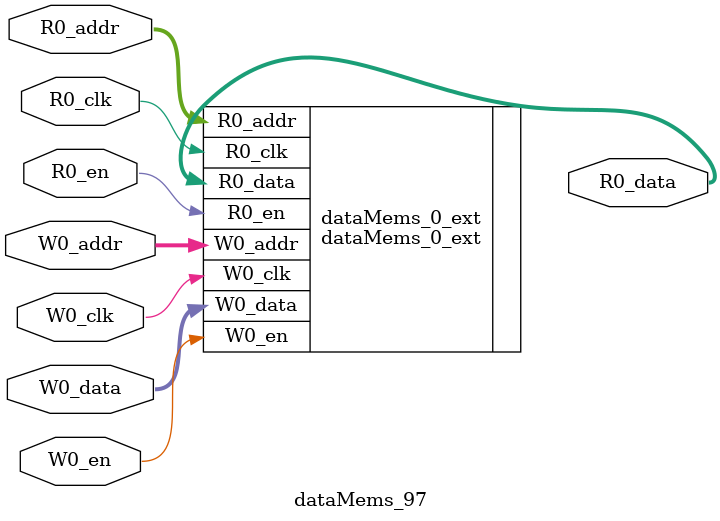
<source format=sv>
`ifndef RANDOMIZE
  `ifdef RANDOMIZE_REG_INIT
    `define RANDOMIZE
  `endif // RANDOMIZE_REG_INIT
`endif // not def RANDOMIZE
`ifndef RANDOMIZE
  `ifdef RANDOMIZE_MEM_INIT
    `define RANDOMIZE
  `endif // RANDOMIZE_MEM_INIT
`endif // not def RANDOMIZE

`ifndef RANDOM
  `define RANDOM $random
`endif // not def RANDOM

// Users can define 'PRINTF_COND' to add an extra gate to prints.
`ifndef PRINTF_COND_
  `ifdef PRINTF_COND
    `define PRINTF_COND_ (`PRINTF_COND)
  `else  // PRINTF_COND
    `define PRINTF_COND_ 1
  `endif // PRINTF_COND
`endif // not def PRINTF_COND_

// Users can define 'ASSERT_VERBOSE_COND' to add an extra gate to assert error printing.
`ifndef ASSERT_VERBOSE_COND_
  `ifdef ASSERT_VERBOSE_COND
    `define ASSERT_VERBOSE_COND_ (`ASSERT_VERBOSE_COND)
  `else  // ASSERT_VERBOSE_COND
    `define ASSERT_VERBOSE_COND_ 1
  `endif // ASSERT_VERBOSE_COND
`endif // not def ASSERT_VERBOSE_COND_

// Users can define 'STOP_COND' to add an extra gate to stop conditions.
`ifndef STOP_COND_
  `ifdef STOP_COND
    `define STOP_COND_ (`STOP_COND)
  `else  // STOP_COND
    `define STOP_COND_ 1
  `endif // STOP_COND
`endif // not def STOP_COND_

// Users can define INIT_RANDOM as general code that gets injected into the
// initializer block for modules with registers.
`ifndef INIT_RANDOM
  `define INIT_RANDOM
`endif // not def INIT_RANDOM

// If using random initialization, you can also define RANDOMIZE_DELAY to
// customize the delay used, otherwise 0.002 is used.
`ifndef RANDOMIZE_DELAY
  `define RANDOMIZE_DELAY 0.002
`endif // not def RANDOMIZE_DELAY

// Define INIT_RANDOM_PROLOG_ for use in our modules below.
`ifndef INIT_RANDOM_PROLOG_
  `ifdef RANDOMIZE
    `ifdef VERILATOR
      `define INIT_RANDOM_PROLOG_ `INIT_RANDOM
    `else  // VERILATOR
      `define INIT_RANDOM_PROLOG_ `INIT_RANDOM #`RANDOMIZE_DELAY begin end
    `endif // VERILATOR
  `else  // RANDOMIZE
    `define INIT_RANDOM_PROLOG_
  `endif // RANDOMIZE
`endif // not def INIT_RANDOM_PROLOG_

// Include register initializers in init blocks unless synthesis is set
`ifndef SYNTHESIS
  `ifndef ENABLE_INITIAL_REG_
    `define ENABLE_INITIAL_REG_
  `endif // not def ENABLE_INITIAL_REG_
`endif // not def SYNTHESIS

// Include rmemory initializers in init blocks unless synthesis is set
`ifndef SYNTHESIS
  `ifndef ENABLE_INITIAL_MEM_
    `define ENABLE_INITIAL_MEM_
  `endif // not def ENABLE_INITIAL_MEM_
`endif // not def SYNTHESIS

module dataMems_97(	// @[generators/ara/src/main/scala/UnsafeAXI4ToTL.scala:365:62]
  input  [4:0]   R0_addr,
  input          R0_en,
  input          R0_clk,
  output [258:0] R0_data,
  input  [4:0]   W0_addr,
  input          W0_en,
  input          W0_clk,
  input  [258:0] W0_data
);

  dataMems_0_ext dataMems_0_ext (	// @[generators/ara/src/main/scala/UnsafeAXI4ToTL.scala:365:62]
    .R0_addr (R0_addr),
    .R0_en   (R0_en),
    .R0_clk  (R0_clk),
    .R0_data (R0_data),
    .W0_addr (W0_addr),
    .W0_en   (W0_en),
    .W0_clk  (W0_clk),
    .W0_data (W0_data)
  );
endmodule


</source>
